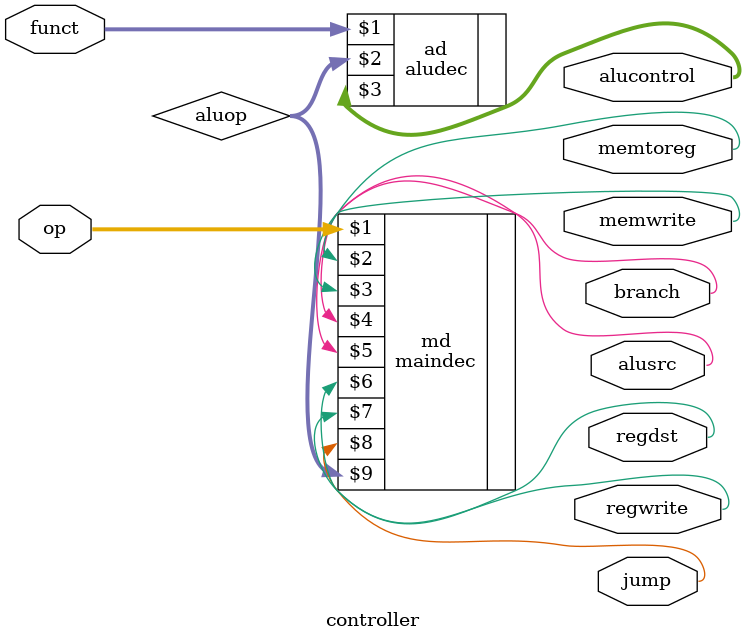
<source format=sv>
`timescale 1ns / 1ps

module controller(input  logic[5:0] op, funct,
                  output logic     memtoreg, memwrite,
                  output logic     alusrc,
                  output logic     regdst, regwrite,
                  output logic     jump,
                  output logic[2:0] alucontrol,
                  output logic branch);

   logic [1:0] aluop;

   maindec md (op, memtoreg, memwrite, branch, alusrc, regdst, regwrite, 
         jump, aluop);

   aludec  ad (funct, aluop, alucontrol);

endmodule

</source>
